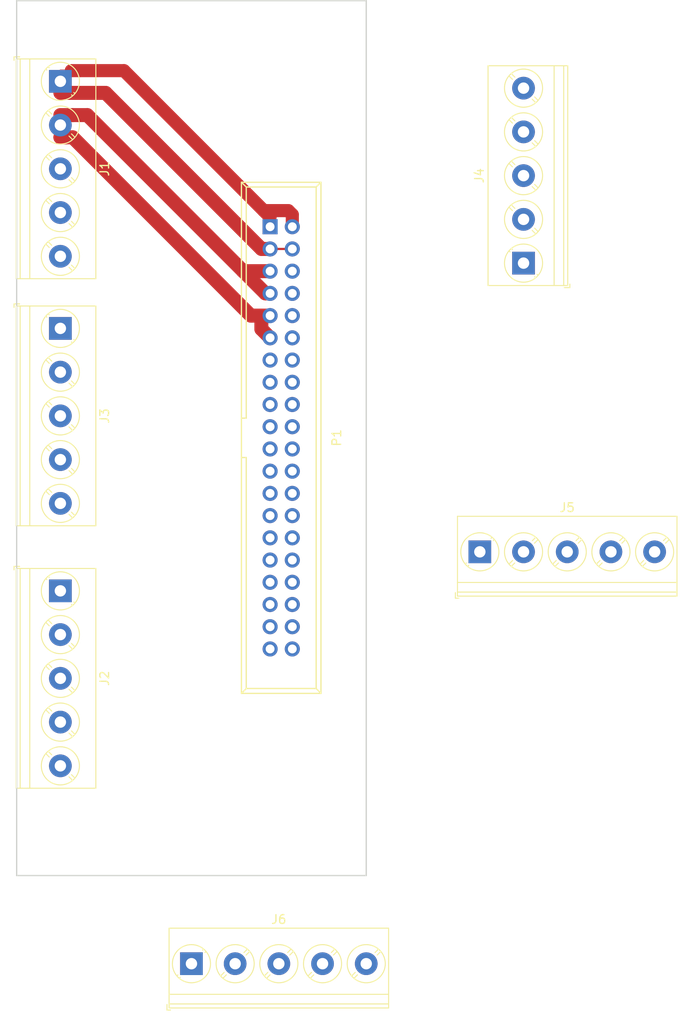
<source format=kicad_pcb>
(kicad_pcb (version 20221018) (generator pcbnew)
  (layers (0 "F.Cu" signal) (31 "B.Cu" signal) (34 "B.Paste" user) (35 "F.Paste" user) (36 "B.SilkS" user "B.Silkscreen") (37 "F.SilkS" user "F.Silkscreen") (38 "B.Mask" user) (39 "F.Mask" user) (44 "Edge.Cuts" user))
  (net 0 "")
  (net 1 "INJ4")
  (net 2 "INJ1")
  (net 3 "INJ2")
  (net 4 "INJ3")
  (net 5 "STEP-1B")
  (net 6 "STEP-1A")
  (net 7 "STEP-2A")
  (net 8 "STEP-2B")
  (net 9 "Net-(J2-Pad4)")
  (net 10 "Net-(J2-Pad1)")
  (net 11 "Net-(J2-Pad2)")
  (net 12 "Net-(J2-Pad3)")
  (net 13 "Net-(J2-Pad5)")
  (net 14 "Net-(J3-Pad4)")
  (net 15 "Net-(J3-Pad1)")
  (net 16 "Net-(J3-Pad2)")
  (net 17 "Net-(J3-Pad3)")
  (net 18 "Net-(J3-Pad5)")
  (net 19 "VVT")
  (net 20 "IDLE1")
  (net 21 "IDLE2")
  (net 22 "BOOST")
  (net 23 "IGN1")
  (net 24 "IGN2")
  (net 25 "IGN4")
  (net 26 "IGN3")
  (net 27 "GND")
  (net 28 "MAP")
  (net 29 "+5V")
  (net 30 "PROTO1")
  (net 31 "VR1-")
  (net 32 "PROTO2")
  (net 33 "VR2-")
  (net 34 "PROTO3")
  (net 35 "VR1+")
  (net 36 "PROTO4")
  (net 37 "VR2+")
  (net 38 "PROTO5")
  (net 39 "CLT")
  (net 40 "TPS")
  (net 41 "IAT")
  (net 42 "O2")
  (net 43 "Net-(J1-Pad5)")
  (net 44 "Net-(J4-Pad5)")
  (net 45 "Net-(J4-Pad4)")
  (net 46 "Net-(J4-Pad3)")
  (net 47 "Net-(J4-Pad2)")
  (net 48 "Net-(J4-Pad1)")
  (net 49 "Net-(J5-Pad5)")
  (net 50 "Net-(J5-Pad4)")
  (net 51 "Net-(J5-Pad3)")
  (net 52 "Net-(J5-Pad2)")
  (net 53 "Net-(J5-Pad1)")
  (net 54 "Net-(J6-Pad5)")
  (net 55 "Net-(J6-Pad4)")
  (net 56 "Net-(J6-Pad3)")
  (net 57 "Net-(J6-Pad2)")
  (net 58 "Net-(J6-Pad1)")
  (footprint "Connect:IDC_Header_Straight_40pins" (layer "F.Cu") (at 160 75.84 -90)
    (fp_text reference "P1" (at 24.13 -7.62 270) (layer "F.SilkS"))
    (fp_text value "CONN_02X20")
    (fp_line (start -5.08 -5.82) (end -5.08 3.28) (stroke (width 0.15)) (layer "F.SilkS"))
    (fp_line (start -5.08 -5.82) (end -4.54 -5.27) (stroke (width 0.15)) (layer "F.SilkS"))
    (fp_line (start -5.08 -5.82) (end 53.34 -5.82) (stroke (width 0.15)) (layer "F.SilkS"))
    (fp_line (start -5.08 3.28) (end -4.54 2.73) (stroke (width 0.15)) (layer "F.SilkS"))
    (fp_line (start -5.08 3.28) (end 53.34 3.28) (stroke (width 0.15)) (layer "F.SilkS"))
    (fp_line (start -4.54 -5.27) (end -4.54 2.73) (stroke (width 0.15)) (layer "F.SilkS"))
    (fp_line (start -4.54 -5.27) (end 52.78 -5.27) (stroke (width 0.15)) (layer "F.SilkS"))
    (fp_line (start -4.54 2.73) (end 21.88 2.73) (stroke (width 0.15)) (layer "F.SilkS"))
    (fp_line (start 21.88 2.73) (end 21.88 3.28) (stroke (width 0.15)) (layer "F.SilkS"))
    (fp_line (start 26.38 2.73) (end 26.38 3.28) (stroke (width 0.15)) (layer "F.SilkS"))
    (fp_line (start 26.38 2.73) (end 52.78 2.73) (stroke (width 0.15)) (layer "F.SilkS"))
    (fp_line (start 52.78 -5.27) (end 52.78 2.73) (stroke (width 0.15)) (layer "F.SilkS"))
    (fp_line (start 53.34 -5.82) (end 52.78 -5.27) (stroke (width 0.15)) (layer "F.SilkS"))
    (fp_line (start 53.34 -5.82) (end 53.34 3.28) (stroke (width 0.15)) (layer "F.SilkS"))
    (fp_line (start 53.34 3.28) (end 52.78 2.73) (stroke (width 0.15)) (layer "F.SilkS"))
    (pad "1" thru_hole rect (at 0 0 270) (size 1.7272 1.7272) (drill 1.016) (layers "*.Cu" "*.Mask") (net 2 "INJ1"))
    (pad "2" thru_hole oval (at 0 -2.54 270) (size 1.7272 1.7272) (drill 1.016) (layers "*.Cu" "*.Mask") (net 2 "INJ1"))
    (pad "3" thru_hole oval (at 2.54 0 270) (size 1.7272 1.7272) (drill 1.016) (layers "*.Cu" "*.Mask") (net 3 "INJ2"))
    (pad "4" thru_hole oval (at 2.54 -2.54 270) (size 1.7272 1.7272) (drill 1.016) (layers "*.Cu" "*.Mask") (net 3 "INJ2"))
    (pad "5" thru_hole oval (at 5.08 0 270) (size 1.7272 1.7272) (drill 1.016) (layers "*.Cu" "*.Mask") (net 4 "INJ3"))
    (pad "6" thru_hole oval (at 5.08 -2.54 270) (size 1.7272 1.7272) (drill 1.016) (layers "*.Cu" "*.Mask") (net 19 "VVT"))
    (pad "7" thru_hole oval (at 7.62 0 270) (size 1.7272 1.7272) (drill 1.016) (layers "*.Cu" "*.Mask") (net 4 "INJ3"))
    (pad "8" thru_hole oval (at 7.62 -2.54 270) (size 1.7272 1.7272) (drill 1.016) (layers "*.Cu" "*.Mask") (net 20 "IDLE1"))
    (pad "9" thru_hole oval (at 10.16 0 270) (size 1.7272 1.7272) (drill 1.016) (layers "*.Cu" "*.Mask") (net 1 "INJ4"))
    (pad "10" thru_hole oval (at 10.16 -2.54 270) (size 1.7272 1.7272) (drill 1.016) (layers "*.Cu" "*.Mask") (net 21 "IDLE2"))
    (pad "11" thru_hole oval (at 12.7 0 270) (size 1.7272 1.7272) (drill 1.016) (layers "*.Cu" "*.Mask") (net 1 "INJ4"))
    (pad "12" thru_hole oval (at 12.7 -2.54 270) (size 1.7272 1.7272) (drill 1.016) (layers "*.Cu" "*.Mask") (net 22 "BOOST"))
    (pad "13" thru_hole oval (at 15.24 0 270) (size 1.7272 1.7272) (drill 1.016) (layers "*.Cu" "*.Mask") (net 23 "IGN1"))
    (pad "14" thru_hole oval (at 15.24 -2.54 270) (size 1.7272 1.7272) (drill 1.016) (layers "*.Cu" "*.Mask") (net 24 "IGN2"))
    (pad "15" thru_hole oval (at 17.78 0 270) (size 1.7272 1.7272) (drill 1.016) (layers "*.Cu" "*.Mask") (net 25 "IGN4"))
    (pad "16" thru_hole oval (at 17.78 -2.54 270) (size 1.7272 1.7272) (drill 1.016) (layers "*.Cu" "*.Mask") (net 26 "IGN3"))
    (pad "17" thru_hole oval (at 20.32 0 270) (size 1.7272 1.7272) (drill 1.016) (layers "*.Cu" "*.Mask") (net 27 "GND"))
    (pad "18" thru_hole oval (at 20.32 -2.54 270) (size 1.7272 1.7272) (drill 1.016) (layers "*.Cu" "*.Mask") (net 5 "STEP-1B"))
    (pad "19" thru_hole oval (at 22.86 0 270) (size 1.7272 1.7272) (drill 1.016) (layers "*.Cu" "*.Mask") (net 27 "GND"))
    (pad "20" thru_hole oval (at 22.86 -2.54 270) (size 1.7272 1.7272) (drill 1.016) (layers "*.Cu" "*.Mask") (net 6 "STEP-1A"))
    (pad "21" thru_hole oval (at 25.4 0 270) (size 1.7272 1.7272) (drill 1.016) (layers "*.Cu" "*.Mask") (net 28 "MAP"))
    (pad "22" thru_hole oval (at 25.4 -2.54 270) (size 1.7272 1.7272) (drill 1.016) (layers "*.Cu" "*.Mask") (net 7 "STEP-2A"))
    (pad "23" thru_hole oval (at 27.94 0 270) (size 1.7272 1.7272) (drill 1.016) (layers "*.Cu" "*.Mask") (net 27 "GND"))
    (pad "24" thru_hole oval (at 27.94 -2.54 270) (size 1.7272 1.7272) (drill 1.016) (layers "*.Cu" "*.Mask") (net 8 "STEP-2B"))
    (pad "25" thru_hole oval (at 30.48 0 270) (size 1.7272 1.7272) (drill 1.016) (layers "*.Cu" "*.Mask") (net 29 "+5V"))
    (pad "26" thru_hole oval (at 30.48 -2.54 270) (size 1.7272 1.7272) (drill 1.016) (layers "*.Cu" "*.Mask") (net 29 "+5V"))
    (pad "27" thru_hole oval (at 33.02 0 270) (size 1.7272 1.7272) (drill 1.016) (layers "*.Cu" "*.Mask") (net 30 "PROTO1"))
    (pad "28" thru_hole oval (at 33.02 -2.54 270) (size 1.7272 1.7272) (drill 1.016) (layers "*.Cu" "*.Mask") (net 31 "VR1-"))
    (pad "29" thru_hole oval (at 35.56 0 270) (size 1.7272 1.7272) (drill 1.016) (layers "*.Cu" "*.Mask") (net 32 "PROTO2"))
    (pad "30" thru_hole oval (at 35.56 -2.54 270) (size 1.7272 1.7272) (drill 1.016) (layers "*.Cu" "*.Mask") (net 33 "VR2-"))
    (pad "31" thru_hole oval (at 38.1 0 270) (size 1.7272 1.7272) (drill 1.016) (layers "*.Cu" "*.Mask") (net 34 "PROTO3"))
    (pad "32" thru_hole oval (at 38.1 -2.54 270) (size 1.7272 1.7272) (drill 1.016) (layers "*.Cu" "*.Mask") (net 35 "VR1+"))
    (pad "33" thru_hole oval (at 40.64 0 270) (size 1.7272 1.7272) (drill 1.016) (layers "*.Cu" "*.Mask") (net 36 "PROTO4"))
    (pad "34" thru_hole oval (at 40.64 -2.54 270) (size 1.7272 1.7272) (drill 1.016) (layers "*.Cu" "*.Mask") (net 37 "VR2+"))
    (pad "35" thru_hole oval (at 43.18 0 270) (size 1.7272 1.7272) (drill 1.016) (layers "*.Cu" "*.Mask") (net 38 "PROTO5"))
    (pad "36" thru_hole oval (at 43.18 -2.54 270) (size 1.7272 1.7272) (drill 1.016) (layers "*.Cu" "*.Mask") (net 27 "GND"))
    (pad "37" thru_hole oval (at 45.72 0 270) (size 1.7272 1.7272) (drill 1.016) (layers "*.Cu" "*.Mask") (net 39 "CLT"))
    (pad "38" thru_hole oval (at 45.72 -2.54 270) (size 1.7272 1.7272) (drill 1.016) (layers "*.Cu" "*.Mask") (net 40 "TPS"))
    (pad "39" thru_hole oval (at 48.26 0 270) (size 1.7272 1.7272) (drill 1.016) (layers "*.Cu" "*.Mask") (net 41 "IAT"))
    (pad "40" thru_hole oval (at 48.26 -2.54 270) (size 1.7272 1.7272) (drill 1.016) (layers "*.Cu" "*.Mask") (net 42 "O2"))
  )
  (footprint "TerminalBlock_Phoenix:TerminalBlock_Phoenix_PT-1,5-5-5.0-H_1x05_P5.00mm_Horizontal" (layer "F.Cu") (at 136 59.22 -90)
    (fp_text reference "J1" (at 10 -5.06 270) (layer "F.SilkS"))
    (fp_text value "Screw_Terminal_1x05")
    (fp_line (start -2.8 4.66) (end -2.8 5.3) (stroke (width 0.12)) (layer "F.SilkS"))
    (fp_line (start -2.8 5.3) (end -2.4 5.3) (stroke (width 0.12)) (layer "F.SilkS"))
    (fp_line (start -2.56 -4.06) (end -2.56 5.06) (stroke (width 0.12)) (layer "F.SilkS"))
    (fp_line (start -2.56 -4.06) (end 22.56 -4.06) (stroke (width 0.12)) (layer "F.SilkS"))
    (fp_line (start -2.56 3.5) (end 22.56 3.5) (stroke (width 0.12)) (layer "F.SilkS"))
    (fp_line (start -2.56 4.6) (end 22.56 4.6) (stroke (width 0.12)) (layer "F.SilkS"))
    (fp_line (start -2.56 5.06) (end 22.56 5.06) (stroke (width 0.12)) (layer "F.SilkS"))
    (fp_line (start -1.548 1.281) (end -1.654 1.388) (stroke (width 0.12)) (layer "F.SilkS"))
    (fp_line (start -1.282 1.547) (end -1.388 1.654) (stroke (width 0.12)) (layer "F.SilkS"))
    (fp_line (start 1.388 -1.654) (end 1.281 -1.547) (stroke (width 0.12)) (layer "F.SilkS"))
    (fp_line (start 1.654 -1.388) (end 1.547 -1.281) (stroke (width 0.12)) (layer "F.SilkS"))
    (fp_line (start 3.742 0.992) (end 3.347 1.388) (stroke (width 0.12)) (layer "F.SilkS"))
    (fp_line (start 3.993 1.274) (end 3.613 1.654) (stroke (width 0.12)) (layer "F.SilkS"))
    (fp_line (start 6.388 -1.654) (end 6.008 -1.274) (stroke (width 0.12)) (layer "F.SilkS"))
    (fp_line (start 6.654 -1.388) (end 6.259 -0.992) (stroke (width 0.12)) (layer "F.SilkS"))
    (fp_line (start 8.742 0.992) (end 8.347 1.388) (stroke (width 0.12)) (layer "F.SilkS"))
    (fp_line (start 8.993 1.274) (end 8.613 1.654) (stroke (width 0.12)) (layer "F.SilkS"))
    (fp_line (start 11.388 -1.654) (end 11.008 -1.274) (stroke (width 0.12)) (layer "F.SilkS"))
    (fp_line (start 11.654 -1.388) (end 11.259 -0.992) (stroke (width 0.12)) (layer "F.SilkS"))
    (fp_line (start 13.742 0.992) (end 13.347 1.388) (stroke (width 0.12)) (layer "F.SilkS"))
    (fp_line (start 13.993 1.274) (end 13.613 1.654) (stroke (width 0.12)) (layer "F.SilkS"))
    (fp_line (start 16.388 -1.654) (end 16.008 -1.274) (stroke (width 0.12)) (layer "F.SilkS"))
    (fp_line (start 16.654 -1.388) (end 16.259 -0.992) (stroke (width 0.12)) (layer "F.SilkS"))
    (fp_line (start 18.742 0.992) (end 18.347 1.388) (stroke (width 0.12)) (layer "F.SilkS"))
    (fp_line (start 18.993 1.274) (end 18.613 1.654) (stroke (width 0.12)) (layer "F.SilkS"))
    (fp_line (start 21.388 -1.654) (end 21.008 -1.274) (stroke (width 0.12)) (layer "F.SilkS"))
    (fp_line (start 21.654 -1.388) (end 21.259 -0.992) (stroke (width 0.12)) (layer "F.SilkS"))
    (fp_line (start 22.56 -4.06) (end 22.56 5.06) (stroke (width 0.12)) (layer "F.SilkS"))
    (fp_circle (center 0 0) (end 2.18 0) (stroke (width 0.12)) (fill none) (layer "F.SilkS"))
    (fp_circle (center 5 0) (end 7.18 0) (stroke (width 0.12)) (fill none) (layer "F.SilkS"))
    (fp_circle (center 10 0) (end 12.18 0) (stroke (width 0.12)) (fill none) (layer "F.SilkS"))
    (fp_circle (center 15 0) (end 17.18 0) (stroke (width 0.12)) (fill none) (layer "F.SilkS"))
    (fp_circle (center 20 0) (end 22.18 0) (stroke (width 0.12)) (fill none) (layer "F.SilkS"))
    (pad "1" thru_hole rect (at 0 0 270) (size 2.6 2.6) (drill 1.3) (layers "*.Cu" "*.Mask") (net 2 "INJ1"))
    (pad "2" thru_hole circle (at 5 0 270) (size 2.6 2.6) (drill 1.3) (layers "*.Cu" "*.Mask") (net 3 "INJ2"))
    (pad "3" thru_hole circle (at 10 0 270) (size 2.6 2.6) (drill 1.3) (layers "*.Cu" "*.Mask") (net 4 "INJ3"))
    (pad "4" thru_hole circle (at 15 0 270) (size 2.6 2.6) (drill 1.3) (layers "*.Cu" "*.Mask") (net 1 "INJ4"))
    (pad "5" thru_hole circle (at 20 0 270) (size 2.6 2.6) (drill 1.3) (layers "*.Cu" "*.Mask") (net 43 "Net-(J1-Pad5)"))
  )
  (footprint "TerminalBlock_Phoenix:TerminalBlock_Phoenix_PT-1,5-5-5.0-H_1x05_P5.00mm_Horizontal" (layer "F.Cu") (at 136 117.46 -90)
    (fp_text reference "J2" (at 10 -5.06 270) (layer "F.SilkS"))
    (fp_text value "Screw_Terminal_1x05")
    (fp_line (start -2.8 4.66) (end -2.8 5.3) (stroke (width 0.12)) (layer "F.SilkS"))
    (fp_line (start -2.8 5.3) (end -2.4 5.3) (stroke (width 0.12)) (layer "F.SilkS"))
    (fp_line (start -2.56 -4.06) (end -2.56 5.06) (stroke (width 0.12)) (layer "F.SilkS"))
    (fp_line (start -2.56 -4.06) (end 22.56 -4.06) (stroke (width 0.12)) (layer "F.SilkS"))
    (fp_line (start -2.56 3.5) (end 22.56 3.5) (stroke (width 0.12)) (layer "F.SilkS"))
    (fp_line (start -2.56 4.6) (end 22.56 4.6) (stroke (width 0.12)) (layer "F.SilkS"))
    (fp_line (start -2.56 5.06) (end 22.56 5.06) (stroke (width 0.12)) (layer "F.SilkS"))
    (fp_line (start -1.548 1.281) (end -1.654 1.388) (stroke (width 0.12)) (layer "F.SilkS"))
    (fp_line (start -1.282 1.547) (end -1.388 1.654) (stroke (width 0.12)) (layer "F.SilkS"))
    (fp_line (start 1.388 -1.654) (end 1.281 -1.547) (stroke (width 0.12)) (layer "F.SilkS"))
    (fp_line (start 1.654 -1.388) (end 1.547 -1.281) (stroke (width 0.12)) (layer "F.SilkS"))
    (fp_line (start 3.742 0.992) (end 3.347 1.388) (stroke (width 0.12)) (layer "F.SilkS"))
    (fp_line (start 3.993 1.274) (end 3.613 1.654) (stroke (width 0.12)) (layer "F.SilkS"))
    (fp_line (start 6.388 -1.654) (end 6.008 -1.274) (stroke (width 0.12)) (layer "F.SilkS"))
    (fp_line (start 6.654 -1.388) (end 6.259 -0.992) (stroke (width 0.12)) (layer "F.SilkS"))
    (fp_line (start 8.742 0.992) (end 8.347 1.388) (stroke (width 0.12)) (layer "F.SilkS"))
    (fp_line (start 8.993 1.274) (end 8.613 1.654) (stroke (width 0.12)) (layer "F.SilkS"))
    (fp_line (start 11.388 -1.654) (end 11.008 -1.274) (stroke (width 0.12)) (layer "F.SilkS"))
    (fp_line (start 11.654 -1.388) (end 11.259 -0.992) (stroke (width 0.12)) (layer "F.SilkS"))
    (fp_line (start 13.742 0.992) (end 13.347 1.388) (stroke (width 0.12)) (layer "F.SilkS"))
    (fp_line (start 13.993 1.274) (end 13.613 1.654) (stroke (width 0.12)) (layer "F.SilkS"))
    (fp_line (start 16.388 -1.654) (end 16.008 -1.274) (stroke (width 0.12)) (layer "F.SilkS"))
    (fp_line (start 16.654 -1.388) (end 16.259 -0.992) (stroke (width 0.12)) (layer "F.SilkS"))
    (fp_line (start 18.742 0.992) (end 18.347 1.388) (stroke (width 0.12)) (layer "F.SilkS"))
    (fp_line (start 18.993 1.274) (end 18.613 1.654) (stroke (width 0.12)) (layer "F.SilkS"))
    (fp_line (start 21.388 -1.654) (end 21.008 -1.274) (stroke (width 0.12)) (layer "F.SilkS"))
    (fp_line (start 21.654 -1.388) (end 21.259 -0.992) (stroke (width 0.12)) (layer "F.SilkS"))
    (fp_line (start 22.56 -4.06) (end 22.56 5.06) (stroke (width 0.12)) (layer "F.SilkS"))
    (fp_circle (center 0 0) (end 2.18 0) (stroke (width 0.12)) (fill none) (layer "F.SilkS"))
    (fp_circle (center 5 0) (end 7.18 0) (stroke (width 0.12)) (fill none) (layer "F.SilkS"))
    (fp_circle (center 10 0) (end 12.18 0) (stroke (width 0.12)) (fill none) (layer "F.SilkS"))
    (fp_circle (center 15 0) (end 17.18 0) (stroke (width 0.12)) (fill none) (layer "F.SilkS"))
    (fp_circle (center 20 0) (end 22.18 0) (stroke (width 0.12)) (fill none) (layer "F.SilkS"))
    (pad "1" thru_hole rect (at 0 0 270) (size 2.6 2.6) (drill 1.3) (layers "*.Cu" "*.Mask") (net 10 "Net-(J2-Pad1)"))
    (pad "2" thru_hole circle (at 5 0 270) (size 2.6 2.6) (drill 1.3) (layers "*.Cu" "*.Mask") (net 11 "Net-(J2-Pad2)"))
    (pad "3" thru_hole circle (at 10 0 270) (size 2.6 2.6) (drill 1.3) (layers "*.Cu" "*.Mask") (net 12 "Net-(J2-Pad3)"))
    (pad "4" thru_hole circle (at 15 0 270) (size 2.6 2.6) (drill 1.3) (layers "*.Cu" "*.Mask") (net 9 "Net-(J2-Pad4)"))
    (pad "5" thru_hole circle (at 20 0 270) (size 2.6 2.6) (drill 1.3) (layers "*.Cu" "*.Mask") (net 13 "Net-(J2-Pad5)"))
  )
  (footprint "TerminalBlock_Phoenix:TerminalBlock_Phoenix_PT-1,5-5-5.0-H_1x05_P5.00mm_Horizontal" (layer "F.Cu") (at 136 87.46 -90)
    (fp_text reference "J3" (at 10 -5.06 270) (layer "F.SilkS"))
    (fp_text value "Screw_Terminal_1x05")
    (fp_line (start -2.8 4.66) (end -2.8 5.3) (stroke (width 0.12)) (layer "F.SilkS"))
    (fp_line (start -2.8 5.3) (end -2.4 5.3) (stroke (width 0.12)) (layer "F.SilkS"))
    (fp_line (start -2.56 -4.06) (end -2.56 5.06) (stroke (width 0.12)) (layer "F.SilkS"))
    (fp_line (start -2.56 -4.06) (end 22.56 -4.06) (stroke (width 0.12)) (layer "F.SilkS"))
    (fp_line (start -2.56 3.5) (end 22.56 3.5) (stroke (width 0.12)) (layer "F.SilkS"))
    (fp_line (start -2.56 4.6) (end 22.56 4.6) (stroke (width 0.12)) (layer "F.SilkS"))
    (fp_line (start -2.56 5.06) (end 22.56 5.06) (stroke (width 0.12)) (layer "F.SilkS"))
    (fp_line (start -1.548 1.281) (end -1.654 1.388) (stroke (width 0.12)) (layer "F.SilkS"))
    (fp_line (start -1.282 1.547) (end -1.388 1.654) (stroke (width 0.12)) (layer "F.SilkS"))
    (fp_line (start 1.388 -1.654) (end 1.281 -1.547) (stroke (width 0.12)) (layer "F.SilkS"))
    (fp_line (start 1.654 -1.388) (end 1.547 -1.281) (stroke (width 0.12)) (layer "F.SilkS"))
    (fp_line (start 3.742 0.992) (end 3.347 1.388) (stroke (width 0.12)) (layer "F.SilkS"))
    (fp_line (start 3.993 1.274) (end 3.613 1.654) (stroke (width 0.12)) (layer "F.SilkS"))
    (fp_line (start 6.388 -1.654) (end 6.008 -1.274) (stroke (width 0.12)) (layer "F.SilkS"))
    (fp_line (start 6.654 -1.388) (end 6.259 -0.992) (stroke (width 0.12)) (layer "F.SilkS"))
    (fp_line (start 8.742 0.992) (end 8.347 1.388) (stroke (width 0.12)) (layer "F.SilkS"))
    (fp_line (start 8.993 1.274) (end 8.613 1.654) (stroke (width 0.12)) (layer "F.SilkS"))
    (fp_line (start 11.388 -1.654) (end 11.008 -1.274) (stroke (width 0.12)) (layer "F.SilkS"))
    (fp_line (start 11.654 -1.388) (end 11.259 -0.992) (stroke (width 0.12)) (layer "F.SilkS"))
    (fp_line (start 13.742 0.992) (end 13.347 1.388) (stroke (width 0.12)) (layer "F.SilkS"))
    (fp_line (start 13.993 1.274) (end 13.613 1.654) (stroke (width 0.12)) (layer "F.SilkS"))
    (fp_line (start 16.388 -1.654) (end 16.008 -1.274) (stroke (width 0.12)) (layer "F.SilkS"))
    (fp_line (start 16.654 -1.388) (end 16.259 -0.992) (stroke (width 0.12)) (layer "F.SilkS"))
    (fp_line (start 18.742 0.992) (end 18.347 1.388) (stroke (width 0.12)) (layer "F.SilkS"))
    (fp_line (start 18.993 1.274) (end 18.613 1.654) (stroke (width 0.12)) (layer "F.SilkS"))
    (fp_line (start 21.388 -1.654) (end 21.008 -1.274) (stroke (width 0.12)) (layer "F.SilkS"))
    (fp_line (start 21.654 -1.388) (end 21.259 -0.992) (stroke (width 0.12)) (layer "F.SilkS"))
    (fp_line (start 22.56 -4.06) (end 22.56 5.06) (stroke (width 0.12)) (layer "F.SilkS"))
    (fp_circle (center 0 0) (end 2.18 0) (stroke (width 0.12)) (fill none) (layer "F.SilkS"))
    (fp_circle (center 5 0) (end 7.18 0) (stroke (width 0.12)) (fill none) (layer "F.SilkS"))
    (fp_circle (center 10 0) (end 12.18 0) (stroke (width 0.12)) (fill none) (layer "F.SilkS"))
    (fp_circle (center 15 0) (end 17.18 0) (stroke (width 0.12)) (fill none) (layer "F.SilkS"))
    (fp_circle (center 20 0) (end 22.18 0) (stroke (width 0.12)) (fill none) (layer "F.SilkS"))
    (pad "1" thru_hole rect (at 0 0 270) (size 2.6 2.6) (drill 1.3) (layers "*.Cu" "*.Mask") (net 15 "Net-(J3-Pad1)"))
    (pad "2" thru_hole circle (at 5 0 270) (size 2.6 2.6) (drill 1.3) (layers "*.Cu" "*.Mask") (net 16 "Net-(J3-Pad2)"))
    (pad "3" thru_hole circle (at 10 0 270) (size 2.6 2.6) (drill 1.3) (layers "*.Cu" "*.Mask") (net 17 "Net-(J3-Pad3)"))
    (pad "4" thru_hole circle (at 15 0 270) (size 2.6 2.6) (drill 1.3) (layers "*.Cu" "*.Mask") (net 14 "Net-(J3-Pad4)"))
    (pad "5" thru_hole circle (at 20 0 270) (size 2.6 2.6) (drill 1.3) (layers "*.Cu" "*.Mask") (net 18 "Net-(J3-Pad5)"))
  )
  (footprint "TerminalBlock_Phoenix:TerminalBlock_Phoenix_PT-1,5-5-5.0-H_1x05_P5.00mm_Horizontal" (layer "F.Cu") (at 189 80 90)
    (fp_text reference "J4" (at 10 -5.06 90) (layer "F.SilkS"))
    (fp_text value "Screw_Terminal_1x05")
    (fp_line (start -2.8 4.66) (end -2.8 5.3) (stroke (width 0.12)) (layer "F.SilkS"))
    (fp_line (start -2.8 5.3) (end -2.4 5.3) (stroke (width 0.12)) (layer "F.SilkS"))
    (fp_line (start -2.56 -4.06) (end -2.56 5.06) (stroke (width 0.12)) (layer "F.SilkS"))
    (fp_line (start -2.56 -4.06) (end 22.56 -4.06) (stroke (width 0.12)) (layer "F.SilkS"))
    (fp_line (start -2.56 3.5) (end 22.56 3.5) (stroke (width 0.12)) (layer "F.SilkS"))
    (fp_line (start -2.56 4.6) (end 22.56 4.6) (stroke (width 0.12)) (layer "F.SilkS"))
    (fp_line (start -2.56 5.06) (end 22.56 5.06) (stroke (width 0.12)) (layer "F.SilkS"))
    (fp_line (start -1.548 1.281) (end -1.654 1.388) (stroke (width 0.12)) (layer "F.SilkS"))
    (fp_line (start -1.282 1.547) (end -1.388 1.654) (stroke (width 0.12)) (layer "F.SilkS"))
    (fp_line (start 1.388 -1.654) (end 1.281 -1.547) (stroke (width 0.12)) (layer "F.SilkS"))
    (fp_line (start 1.654 -1.388) (end 1.547 -1.281) (stroke (width 0.12)) (layer "F.SilkS"))
    (fp_line (start 3.742 0.992) (end 3.347 1.388) (stroke (width 0.12)) (layer "F.SilkS"))
    (fp_line (start 3.993 1.274) (end 3.613 1.654) (stroke (width 0.12)) (layer "F.SilkS"))
    (fp_line (start 6.388 -1.654) (end 6.008 -1.274) (stroke (width 0.12)) (layer "F.SilkS"))
    (fp_line (start 6.654 -1.388) (end 6.259 -0.992) (stroke (width 0.12)) (layer "F.SilkS"))
    (fp_line (start 8.742 0.992) (end 8.347 1.388) (stroke (width 0.12)) (layer "F.SilkS"))
    (fp_line (start 8.993 1.274) (end 8.613 1.654) (stroke (width 0.12)) (layer "F.SilkS"))
    (fp_line (start 11.388 -1.654) (end 11.008 -1.274) (stroke (width 0.12)) (layer "F.SilkS"))
    (fp_line (start 11.654 -1.388) (end 11.259 -0.992) (stroke (width 0.12)) (layer "F.SilkS"))
    (fp_line (start 13.742 0.992) (end 13.347 1.388) (stroke (width 0.12)) (layer "F.SilkS"))
    (fp_line (start 13.993 1.274) (end 13.613 1.654) (stroke (width 0.12)) (layer "F.SilkS"))
    (fp_line (start 16.388 -1.654) (end 16.008 -1.274) (stroke (width 0.12)) (layer "F.SilkS"))
    (fp_line (start 16.654 -1.388) (end 16.259 -0.992) (stroke (width 0.12)) (layer "F.SilkS"))
    (fp_line (start 18.742 0.992) (end 18.347 1.388) (stroke (width 0.12)) (layer "F.SilkS"))
    (fp_line (start 18.993 1.274) (end 18.613 1.654) (stroke (width 0.12)) (layer "F.SilkS"))
    (fp_line (start 21.388 -1.654) (end 21.008 -1.274) (stroke (width 0.12)) (layer "F.SilkS"))
    (fp_line (start 21.654 -1.388) (end 21.259 -0.992) (stroke (width 0.12)) (layer "F.SilkS"))
    (fp_line (start 22.56 -4.06) (end 22.56 5.06) (stroke (width 0.12)) (layer "F.SilkS"))
    (fp_circle (center 0 0) (end 2.18 0) (stroke (width 0.12)) (fill none) (layer "F.SilkS"))
    (fp_circle (center 5 0) (end 7.18 0) (stroke (width 0.12)) (fill none) (layer "F.SilkS"))
    (fp_circle (center 10 0) (end 12.18 0) (stroke (width 0.12)) (fill none) (layer "F.SilkS"))
    (fp_circle (center 15 0) (end 17.18 0) (stroke (width 0.12)) (fill none) (layer "F.SilkS"))
    (fp_circle (center 20 0) (end 22.18 0) (stroke (width 0.12)) (fill none) (layer "F.SilkS"))
    (pad "1" thru_hole rect (at 0 0 90) (size 2.6 2.6) (drill 1.3) (layers "*.Cu" "*.Mask") (net 48 "Net-(J4-Pad1)"))
    (pad "2" thru_hole circle (at 5 0 90) (size 2.6 2.6) (drill 1.3) (layers "*.Cu" "*.Mask") (net 47 "Net-(J4-Pad2)"))
    (pad "3" thru_hole circle (at 10 0 90) (size 2.6 2.6) (drill 1.3) (layers "*.Cu" "*.Mask") (net 46 "Net-(J4-Pad3)"))
    (pad "4" thru_hole circle (at 15 0 90) (size 2.6 2.6) (drill 1.3) (layers "*.Cu" "*.Mask") (net 45 "Net-(J4-Pad4)"))
    (pad "5" thru_hole circle (at 20 0 90) (size 2.6 2.6) (drill 1.3) (layers "*.Cu" "*.Mask") (net 44 "Net-(J4-Pad5)"))
  )
  (footprint "TerminalBlock_Phoenix:TerminalBlock_Phoenix_PT-1,5-5-5.0-H_1x05_P5.00mm_Horizontal" (layer "F.Cu") (at 184 113)
    (fp_text reference "J5" (at 10 -5.06) (layer "F.SilkS"))
    (fp_text value "Screw_Terminal_1x05")
    (fp_line (start -2.8 4.66) (end -2.8 5.3) (stroke (width 0.12)) (layer "F.SilkS"))
    (fp_line (start -2.8 5.3) (end -2.4 5.3) (stroke (width 0.12)) (layer "F.SilkS"))
    (fp_line (start -2.56 -4.06) (end -2.56 5.06) (stroke (width 0.12)) (layer "F.SilkS"))
    (fp_line (start -2.56 -4.06) (end 22.56 -4.06) (stroke (width 0.12)) (layer "F.SilkS"))
    (fp_line (start -2.56 3.5) (end 22.56 3.5) (stroke (width 0.12)) (layer "F.SilkS"))
    (fp_line (start -2.56 4.6) (end 22.56 4.6) (stroke (width 0.12)) (layer "F.SilkS"))
    (fp_line (start -2.56 5.06) (end 22.56 5.06) (stroke (width 0.12)) (layer "F.SilkS"))
    (fp_line (start -1.548 1.281) (end -1.654 1.388) (stroke (width 0.12)) (layer "F.SilkS"))
    (fp_line (start -1.282 1.547) (end -1.388 1.654) (stroke (width 0.12)) (layer "F.SilkS"))
    (fp_line (start 1.388 -1.654) (end 1.281 -1.547) (stroke (width 0.12)) (layer "F.SilkS"))
    (fp_line (start 1.654 -1.388) (end 1.547 -1.281) (stroke (width 0.12)) (layer "F.SilkS"))
    (fp_line (start 3.742 0.992) (end 3.347 1.388) (stroke (width 0.12)) (layer "F.SilkS"))
    (fp_line (start 3.993 1.274) (end 3.613 1.654) (stroke (width 0.12)) (layer "F.SilkS"))
    (fp_line (start 6.388 -1.654) (end 6.008 -1.274) (stroke (width 0.12)) (layer "F.SilkS"))
    (fp_line (start 6.654 -1.388) (end 6.259 -0.992) (stroke (width 0.12)) (layer "F.SilkS"))
    (fp_line (start 8.742 0.992) (end 8.347 1.388) (stroke (width 0.12)) (layer "F.SilkS"))
    (fp_line (start 8.993 1.274) (end 8.613 1.654) (stroke (width 0.12)) (layer "F.SilkS"))
    (fp_line (start 11.388 -1.654) (end 11.008 -1.274) (stroke (width 0.12)) (layer "F.SilkS"))
    (fp_line (start 11.654 -1.388) (end 11.259 -0.992) (stroke (width 0.12)) (layer "F.SilkS"))
    (fp_line (start 13.742 0.992) (end 13.347 1.388) (stroke (width 0.12)) (layer "F.SilkS"))
    (fp_line (start 13.993 1.274) (end 13.613 1.654) (stroke (width 0.12)) (layer "F.SilkS"))
    (fp_line (start 16.388 -1.654) (end 16.008 -1.274) (stroke (width 0.12)) (layer "F.SilkS"))
    (fp_line (start 16.654 -1.388) (end 16.259 -0.992) (stroke (width 0.12)) (layer "F.SilkS"))
    (fp_line (start 18.742 0.992) (end 18.347 1.388) (stroke (width 0.12)) (layer "F.SilkS"))
    (fp_line (start 18.993 1.274) (end 18.613 1.654) (stroke (width 0.12)) (layer "F.SilkS"))
    (fp_line (start 21.388 -1.654) (end 21.008 -1.274) (stroke (width 0.12)) (layer "F.SilkS"))
    (fp_line (start 21.654 -1.388) (end 21.259 -0.992) (stroke (width 0.12)) (layer "F.SilkS"))
    (fp_line (start 22.56 -4.06) (end 22.56 5.06) (stroke (width 0.12)) (layer "F.SilkS"))
    (fp_circle (center 0 0) (end 2.18 0) (stroke (width 0.12)) (fill none) (layer "F.SilkS"))
    (fp_circle (center 5 0) (end 7.18 0) (stroke (width 0.12)) (fill none) (layer "F.SilkS"))
    (fp_circle (center 10 0) (end 12.18 0) (stroke (width 0.12)) (fill none) (layer "F.SilkS"))
    (fp_circle (center 15 0) (end 17.18 0) (stroke (width 0.12)) (fill none) (layer "F.SilkS"))
    (fp_circle (center 20 0) (end 22.18 0) (stroke (width 0.12)) (fill none) (layer "F.SilkS"))
    (pad "1" thru_hole rect (at 0 0) (size 2.6 2.6) (drill 1.3) (layers "*.Cu" "*.Mask") (net 53 "Net-(J5-Pad1)"))
    (pad "2" thru_hole circle (at 5 0) (size 2.6 2.6) (drill 1.3) (layers "*.Cu" "*.Mask") (net 52 "Net-(J5-Pad2)"))
    (pad "3" thru_hole circle (at 10 0) (size 2.6 2.6) (drill 1.3) (layers "*.Cu" "*.Mask") (net 51 "Net-(J5-Pad3)"))
    (pad "4" thru_hole circle (at 15 0) (size 2.6 2.6) (drill 1.3) (layers "*.Cu" "*.Mask") (net 50 "Net-(J5-Pad4)"))
    (pad "5" thru_hole circle (at 20 0) (size 2.6 2.6) (drill 1.3) (layers "*.Cu" "*.Mask") (net 49 "Net-(J5-Pad5)"))
  )
  (footprint "TerminalBlock_Phoenix:TerminalBlock_Phoenix_PT-1,5-5-5.0-H_1x05_P5.00mm_Horizontal" (layer "F.Cu") (at 151 160.075001)
    (fp_text reference "J6" (at 10 -5.06) (layer "F.SilkS"))
    (fp_text value "Screw_Terminal_1x05")
    (fp_line (start -2.8 4.66) (end -2.8 5.3) (stroke (width 0.12)) (layer "F.SilkS"))
    (fp_line (start -2.8 5.3) (end -2.4 5.3) (stroke (width 0.12)) (layer "F.SilkS"))
    (fp_line (start -2.56 -4.06) (end -2.56 5.06) (stroke (width 0.12)) (layer "F.SilkS"))
    (fp_line (start -2.56 -4.06) (end 22.56 -4.06) (stroke (width 0.12)) (layer "F.SilkS"))
    (fp_line (start -2.56 3.5) (end 22.56 3.5) (stroke (width 0.12)) (layer "F.SilkS"))
    (fp_line (start -2.56 4.6) (end 22.56 4.6) (stroke (width 0.12)) (layer "F.SilkS"))
    (fp_line (start -2.56 5.06) (end 22.56 5.06) (stroke (width 0.12)) (layer "F.SilkS"))
    (fp_line (start -1.548 1.281) (end -1.654 1.388) (stroke (width 0.12)) (layer "F.SilkS"))
    (fp_line (start -1.282 1.547) (end -1.388 1.654) (stroke (width 0.12)) (layer "F.SilkS"))
    (fp_line (start 1.388 -1.654) (end 1.281 -1.547) (stroke (width 0.12)) (layer "F.SilkS"))
    (fp_line (start 1.654 -1.388) (end 1.547 -1.281) (stroke (width 0.12)) (layer "F.SilkS"))
    (fp_line (start 3.742 0.992) (end 3.347 1.388) (stroke (width 0.12)) (layer "F.SilkS"))
    (fp_line (start 3.993 1.274) (end 3.613 1.654) (stroke (width 0.12)) (layer "F.SilkS"))
    (fp_line (start 6.388 -1.654) (end 6.008 -1.274) (stroke (width 0.12)) (layer "F.SilkS"))
    (fp_line (start 6.654 -1.388) (end 6.259 -0.992) (stroke (width 0.12)) (layer "F.SilkS"))
    (fp_line (start 8.742 0.992) (end 8.347 1.388) (stroke (width 0.12)) (layer "F.SilkS"))
    (fp_line (start 8.993 1.274) (end 8.613 1.654) (stroke (width 0.12)) (layer "F.SilkS"))
    (fp_line (start 11.388 -1.654) (end 11.008 -1.274) (stroke (width 0.12)) (layer "F.SilkS"))
    (fp_line (start 11.654 -1.388) (end 11.259 -0.992) (stroke (width 0.12)) (layer "F.SilkS"))
    (fp_line (start 13.742 0.992) (end 13.347 1.388) (stroke (width 0.12)) (layer "F.SilkS"))
    (fp_line (start 13.993 1.274) (end 13.613 1.654) (stroke (width 0.12)) (layer "F.SilkS"))
    (fp_line (start 16.388 -1.654) (end 16.008 -1.274) (stroke (width 0.12)) (layer "F.SilkS"))
    (fp_line (start 16.654 -1.388) (end 16.259 -0.992) (stroke (width 0.12)) (layer "F.SilkS"))
    (fp_line (start 18.742 0.992) (end 18.347 1.388) (stroke (width 0.12)) (layer "F.SilkS"))
    (fp_line (start 18.993 1.274) (end 18.613 1.654) (stroke (width 0.12)) (layer "F.SilkS"))
    (fp_line (start 21.388 -1.654) (end 21.008 -1.274) (stroke (width 0.12)) (layer "F.SilkS"))
    (fp_line (start 21.654 -1.388) (end 21.259 -0.992) (stroke (width 0.12)) (layer "F.SilkS"))
    (fp_line (start 22.56 -4.06) (end 22.56 5.06) (stroke (width 0.12)) (layer "F.SilkS"))
    (fp_circle (center 0 0) (end 2.18 0) (stroke (width 0.12)) (fill none) (layer "F.SilkS"))
    (fp_circle (center 5 0) (end 7.18 0) (stroke (width 0.12)) (fill none) (layer "F.SilkS"))
    (fp_circle (center 10 0) (end 12.18 0) (stroke (width 0.12)) (fill none) (layer "F.SilkS"))
    (fp_circle (center 15 0) (end 17.18 0) (stroke (width 0.12)) (fill none) (layer "F.SilkS"))
    (fp_circle (center 20 0) (end 22.18 0) (stroke (width 0.12)) (fill none) (layer "F.SilkS"))
    (pad "1" thru_hole rect (at 0 0) (size 2.6 2.6) (drill 1.3) (layers "*.Cu" "*.Mask") (net 58 "Net-(J6-Pad1)"))
    (pad "2" thru_hole circle (at 5 0) (size 2.6 2.6) (drill 1.3) (layers "*.Cu" "*.Mask") (net 57 "Net-(J6-Pad2)"))
    (pad "3" thru_hole circle (at 10 0) (size 2.6 2.6) (drill 1.3) (layers "*.Cu" "*.Mask") (net 56 "Net-(J6-Pad3)"))
    (pad "4" thru_hole circle (at 15 0) (size 2.6 2.6) (drill 1.3) (layers "*.Cu" "*.Mask") (net 55 "Net-(J6-Pad4)"))
    (pad "5" thru_hole circle (at 20 0) (size 2.6 2.6) (drill 1.3) (layers "*.Cu" "*.Mask") (net 54 "Net-(J6-Pad5)"))
  )
  (gr_line (start 131 150) (end 131 150) (stroke (width 0.15)) (layer "Edge.Cuts"))
  (gr_line (start 171 50) (end 131 50) (stroke (width 0.15)) (layer "Edge.Cuts"))
  (gr_line (start 171 150) (end 171 50) (stroke (width 0.15)) (layer "Edge.Cuts"))
  (gr_line (start 131 50) (end 131 150) (stroke (width 0.15)) (layer "Edge.Cuts"))
  (gr_line (start 171 150) (end 131 150) (stroke (width 0.15)) (layer "Edge.Cuts"))
  (segment (start 137.413492 65.62) (end 136 65.62) (width 1.6) (layer "F.Cu") (net 1))
  (segment (start 159 86) (end 157.793492 86) (width 1.6) (layer "F.Cu") (net 1))
  (segment (start 160 88.54) (end 159 87.54) (width 1.6) (layer "F.Cu") (net 1))
  (segment (start 136.62 65.62) (end 136 65.62) (width 1.6) (layer "F.Cu") (net 1))
  (segment (start 160 86) (end 159 86) (width 1.6) (layer "F.Cu") (net 1))
  (segment (start 157.793492 86) (end 137.413492 65.62) (width 1.6) (layer "F.Cu") (net 1))
  (segment (start 158 86) (end 157.793492 86) (width 1.6) (layer "F.Cu") (net 1))
  (segment (start 159 87.54) (end 159 86) (width 1.6) (layer "F.Cu") (net 1))
  (segment (start 162.54 75.84) (end 162.54 74.46) (width 1.5) (layer "F.Cu") (net 2))
  (segment (start 160 74.7264) (end 159.2736 74) (width 1.5) (layer "F.Cu") (net 2))
  (segment (start 162.54 74.46) (end 162.08 74) (width 1.5) (layer "F.Cu") (net 2))
  (segment (start 143.2736 58) (end 137.24949 58) (width 1.5) (layer "F.Cu") (net 2))
  (segment (start 162.08 74) (end 159.2736 74) (width 1.5) (layer "F.Cu") (net 2))
  (segment (start 137.24949 58) (end 136 58) (width 0.25) (layer "F.Cu") (net 2))
  (segment (start 159.2736 74) (end 143.2736 58) (width 1.5) (layer "F.Cu") (net 2))
  (segment (start 160 75.84) (end 160 74.7264) (width 0.25) (layer "F.Cu") (net 2))
  (segment (start 141.172798 60.54) (end 137.413492 60.54) (width 1.6) (layer "F.Cu") (net 3))
  (segment (start 137.413492 60.54) (end 136 60.54) (width 1.6) (layer "F.Cu") (net 3))
  (segment (start 160 78.38) (end 159.012798 78.38) (width 1.6) (layer "F.Cu") (net 3))
  (segment (start 137.413492 63.08) (end 136 63.08) (width 1.6) (layer "F.Cu") (net 3))
  (segment (start 159.012798 78.38) (end 141.172798 60.54) (width 1.6) (layer "F.Cu") (net 3))
  (segment (start 160 78.38) (end 162.54 78.38) (width 0.25) (layer "F.Cu") (net 3))
  (segment (start 156.92 80.92) (end 157 80.84) (width 1.6) (layer "F.Cu") (net 4))
  (segment (start 156.84 80.84) (end 139.08 63.08) (width 1.6) (layer "F.Cu") (net 4))
  (segment (start 160 80.92) (end 156.92 80.92) (width 1.6) (layer "F.Cu") (net 4))
  (segment (start 157 80.84) (end 156.84 80.84) (width 1.6) (layer "F.Cu") (net 4))
  (segment (start 139.08 63.08) (end 137.413492 63.08) (width 1.6) (layer "F.Cu") (net 4))
  (segment (start 159.46 83.46) (end 156.92 80.92) (width 1.6) (layer "F.Cu") (net 4))
  (segment (start 160 83.46) (end 159.46 83.46) (width 1.6) (layer "F.Cu") (net 4))
)
</source>
